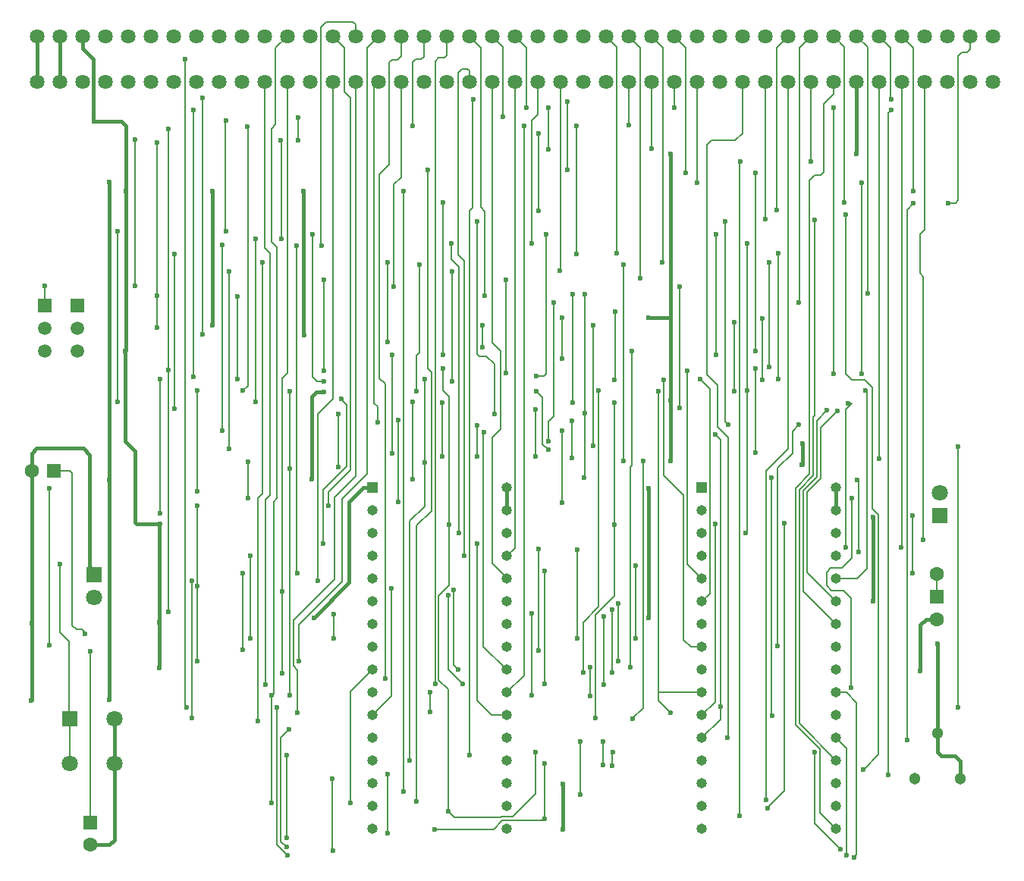
<source format=gbr>
%TF.GenerationSoftware,KiCad,Pcbnew,8.0.3*%
%TF.CreationDate,2024-10-04T21:58:16+02:00*%
%TF.ProjectId,ARIII_EPROM,41524949-495f-4455-9052-4f4d2e6b6963,rev?*%
%TF.SameCoordinates,Original*%
%TF.FileFunction,Copper,L2,Bot*%
%TF.FilePolarity,Positive*%
%FSLAX46Y46*%
G04 Gerber Fmt 4.6, Leading zero omitted, Abs format (unit mm)*
G04 Created by KiCad (PCBNEW 8.0.3) date 2024-10-04 21:58:16*
%MOMM*%
%LPD*%
G01*
G04 APERTURE LIST*
%TA.AperFunction,ComponentPad*%
%ADD10C,1.635000*%
%TD*%
%TA.AperFunction,ComponentPad*%
%ADD11C,1.303000*%
%TD*%
%TA.AperFunction,ComponentPad*%
%ADD12R,1.500000X1.500000*%
%TD*%
%TA.AperFunction,ComponentPad*%
%ADD13C,1.600000*%
%TD*%
%TA.AperFunction,ComponentPad*%
%ADD14C,1.500000*%
%TD*%
%TA.AperFunction,ComponentPad*%
%ADD15R,1.600000X1.600000*%
%TD*%
%TA.AperFunction,ComponentPad*%
%ADD16R,1.800000X1.800000*%
%TD*%
%TA.AperFunction,ComponentPad*%
%ADD17C,1.800000*%
%TD*%
%TA.AperFunction,ComponentPad*%
%ADD18R,1.160000X1.160000*%
%TD*%
%TA.AperFunction,ComponentPad*%
%ADD19O,1.160000X1.160000*%
%TD*%
%TA.AperFunction,ViaPad*%
%ADD20C,0.600000*%
%TD*%
%TA.AperFunction,Conductor*%
%ADD21C,0.200000*%
%TD*%
%TA.AperFunction,Conductor*%
%ADD22C,0.400000*%
%TD*%
G04 APERTURE END LIST*
D10*
%TO.P,CN1,1,1*%
%TO.N,GND*%
X88060000Y-44200000D03*
%TO.P,CN1,2,2*%
X88060000Y-39120000D03*
%TO.P,CN1,3,3*%
X90600000Y-44200000D03*
%TO.P,CN1,4,4*%
X90600000Y-39120000D03*
%TO.P,CN1,5,5*%
%TO.N,unconnected-(CN1-Pad5)*%
X93140000Y-44200000D03*
%TO.P,CN1,6,6*%
%TO.N,+5V*%
X93140000Y-39120000D03*
%TO.P,CN1,7,7*%
%TO.N,unconnected-(CN1-Pad7)*%
X95680000Y-44200000D03*
%TO.P,CN1,8,8*%
%TO.N,unconnected-(CN1-Pad8)*%
X95680000Y-39120000D03*
%TO.P,CN1,9,9*%
%TO.N,unconnected-(CN1-Pad9)*%
X98220000Y-44200000D03*
%TO.P,CN1,10,10*%
%TO.N,unconnected-(CN1-Pad10)*%
X98220000Y-39120000D03*
%TO.P,CN1,11,11*%
%TO.N,unconnected-(CN1-Pad11)*%
X100760000Y-44200000D03*
%TO.P,CN1,12,12*%
%TO.N,unconnected-(CN1-Pad12)*%
X100760000Y-39120000D03*
%TO.P,CN1,13,13*%
%TO.N,unconnected-(CN1-Pad13)*%
X103300000Y-44200000D03*
%TO.P,CN1,14,14*%
%TO.N,unconnected-(CN1-Pad14)*%
X103300000Y-39120000D03*
%TO.P,CN1,15,15*%
%TO.N,unconnected-(CN1-Pad15)*%
X105840000Y-44200000D03*
%TO.P,CN1,16,16*%
%TO.N,unconnected-(CN1-Pad16)*%
X105840000Y-39120000D03*
%TO.P,CN1,17,17*%
%TO.N,unconnected-(CN1-Pad17)*%
X108380000Y-44200000D03*
%TO.P,CN1,18,18*%
%TO.N,unconnected-(CN1-Pad18)*%
X108380000Y-39120000D03*
%TO.P,CN1,19,19*%
%TO.N,unconnected-(CN1-Pad19)*%
X110920000Y-44200000D03*
%TO.P,CN1,20,20*%
%TO.N,unconnected-(CN1-Pad20)*%
X110920000Y-39120000D03*
%TO.P,CN1,21,21*%
%TO.N,/A5*%
X113460000Y-44200000D03*
%TO.P,CN1,22,22*%
%TO.N,unconnected-(CN1-Pad22)*%
X113460000Y-39120000D03*
%TO.P,CN1,23,23*%
%TO.N,/A6*%
X116000000Y-44200000D03*
%TO.P,CN1,24,24*%
%TO.N,/A4*%
X116000000Y-39120000D03*
%TO.P,CN1,25,25*%
%TO.N,unconnected-(CN1-Pad25)*%
X118540000Y-44200000D03*
%TO.P,CN1,26,26*%
%TO.N,/A3*%
X118540000Y-39120000D03*
%TO.P,CN1,27,27*%
%TO.N,/A2*%
X121080000Y-44200000D03*
%TO.P,CN1,28,28*%
%TO.N,/A7*%
X121080000Y-39120000D03*
%TO.P,CN1,29,29*%
%TO.N,/A1*%
X123620000Y-44200000D03*
%TO.P,CN1,30,30*%
%TO.N,/A8*%
X123620000Y-39120000D03*
%TO.P,CN1,31,31*%
%TO.N,/~{FC0}*%
X126160000Y-44200000D03*
%TO.P,CN1,32,32*%
%TO.N,/A9*%
X126160000Y-39120000D03*
%TO.P,CN1,33,33*%
%TO.N,/~{FC1}*%
X128700000Y-44200000D03*
%TO.P,CN1,34,34*%
%TO.N,/A10*%
X128700000Y-39120000D03*
%TO.P,CN1,35,35*%
%TO.N,unconnected-(CN1-Pad35)*%
X131240000Y-44200000D03*
%TO.P,CN1,36,36*%
%TO.N,/A11*%
X131240000Y-39120000D03*
%TO.P,CN1,37,37*%
%TO.N,unconnected-(CN1-Pad37)*%
X133780000Y-44200000D03*
%TO.P,CN1,38,38*%
%TO.N,/A12*%
X133780000Y-39120000D03*
%TO.P,CN1,39,39*%
%TO.N,/A13*%
X136320000Y-44200000D03*
%TO.P,CN1,40,40*%
%TO.N,/~{IPL0}*%
X136320000Y-39120000D03*
%TO.P,CN1,41,41*%
%TO.N,/A14*%
X138860000Y-44200000D03*
%TO.P,CN1,42,42*%
%TO.N,/~{IPL1}*%
X138860000Y-39120000D03*
%TO.P,CN1,43,43*%
%TO.N,/A15*%
X141400000Y-44200000D03*
%TO.P,CN1,44,44*%
%TO.N,/~{IPL2}*%
X141400000Y-39120000D03*
%TO.P,CN1,45,45*%
%TO.N,/A16*%
X143940000Y-44200000D03*
%TO.P,CN1,46,46*%
%TO.N,unconnected-(CN1-Pad46)*%
X143940000Y-39120000D03*
%TO.P,CN1,47,47*%
%TO.N,/A17*%
X146480000Y-44200000D03*
%TO.P,CN1,48,48*%
%TO.N,unconnected-(CN1-Pad48)*%
X146480000Y-39120000D03*
%TO.P,CN1,49,49*%
%TO.N,unconnected-(CN1-Pad49)*%
X149020000Y-44200000D03*
%TO.P,CN1,50,50*%
%TO.N,unconnected-(CN1-Pad50)*%
X149020000Y-39120000D03*
%TO.P,CN1,51,51*%
%TO.N,unconnected-(CN1-Pad51)*%
X151560000Y-44200000D03*
%TO.P,CN1,52,52*%
%TO.N,/A18*%
X151560000Y-39120000D03*
%TO.P,CN1,53,53*%
%TO.N,/~{RST}*%
X154100000Y-44200000D03*
%TO.P,CN1,54,54*%
%TO.N,/A19*%
X154100000Y-39120000D03*
%TO.P,CN1,55,55*%
%TO.N,/~{HLT}*%
X156640000Y-44200000D03*
%TO.P,CN1,56,56*%
%TO.N,/A20*%
X156640000Y-39120000D03*
%TO.P,CN1,57,57*%
%TO.N,/A22*%
X159180000Y-44200000D03*
%TO.P,CN1,58,58*%
%TO.N,/A21*%
X159180000Y-39120000D03*
%TO.P,CN1,59,59*%
%TO.N,/A23*%
X161720000Y-44200000D03*
%TO.P,CN1,60,60*%
%TO.N,unconnected-(CN1-Pad60)*%
X161720000Y-39120000D03*
%TO.P,CN1,61,61*%
%TO.N,unconnected-(CN1-Pad61)*%
X164260000Y-44200000D03*
%TO.P,CN1,62,62*%
%TO.N,unconnected-(CN1-Pad62)*%
X164260000Y-39120000D03*
%TO.P,CN1,63,63*%
%TO.N,/D15*%
X166800000Y-44200000D03*
%TO.P,CN1,64,64*%
%TO.N,unconnected-(CN1-Pad64)*%
X166800000Y-39120000D03*
%TO.P,CN1,65,65*%
%TO.N,/D14*%
X169340000Y-44200000D03*
%TO.P,CN1,66,66*%
%TO.N,unconnected-(CN1-Pad66)*%
X169340000Y-39120000D03*
%TO.P,CN1,67,67*%
%TO.N,/D13*%
X171880000Y-44200000D03*
%TO.P,CN1,68,68*%
%TO.N,/R_W*%
X171880000Y-39120000D03*
%TO.P,CN1,69,69*%
%TO.N,/D12*%
X174420000Y-44200000D03*
%TO.P,CN1,70,70*%
%TO.N,/~{LDS}*%
X174420000Y-39120000D03*
%TO.P,CN1,71,71*%
%TO.N,/D11*%
X176960000Y-44200000D03*
%TO.P,CN1,72,72*%
%TO.N,/~{UDS}*%
X176960000Y-39120000D03*
%TO.P,CN1,73,73*%
%TO.N,GND*%
X179500000Y-44200000D03*
%TO.P,CN1,74,74*%
%TO.N,/~{AS}*%
X179500000Y-39120000D03*
%TO.P,CN1,75,75*%
%TO.N,/D0*%
X182040000Y-44200000D03*
%TO.P,CN1,76,76*%
%TO.N,/D10*%
X182040000Y-39120000D03*
%TO.P,CN1,77,77*%
%TO.N,/D1*%
X184580000Y-44200000D03*
%TO.P,CN1,78,78*%
%TO.N,/D9*%
X184580000Y-39120000D03*
%TO.P,CN1,79,79*%
%TO.N,/D2*%
X187120000Y-44200000D03*
%TO.P,CN1,80,80*%
%TO.N,/D8*%
X187120000Y-39120000D03*
%TO.P,CN1,81,81*%
%TO.N,/D3*%
X189660000Y-44200000D03*
%TO.P,CN1,82,82*%
%TO.N,/D7*%
X189660000Y-39120000D03*
%TO.P,CN1,83,83*%
%TO.N,/D4*%
X192200000Y-44200000D03*
%TO.P,CN1,84,84*%
%TO.N,/D6*%
X192200000Y-39120000D03*
%TO.P,CN1,85,85*%
%TO.N,unconnected-(CN1-Pad85)*%
X194740000Y-44200000D03*
%TO.P,CN1,86,86*%
%TO.N,/D5*%
X194740000Y-39120000D03*
%TD*%
D11*
%TO.P,VR1,1,CCW*%
%TO.N,+5V*%
X191090000Y-122080000D03*
%TO.P,VR1,2,WIPER*%
X188550000Y-117000000D03*
%TO.P,VR1,3,CW*%
%TO.N,Net-(U11-DIS)*%
X186010000Y-122080000D03*
%TD*%
D12*
%TO.P,SW2,1,B*%
%TO.N,Net-(D1-K)*%
X188500000Y-101690000D03*
D13*
%TO.P,SW2,2,C*%
%TO.N,GND*%
X188500000Y-104230000D03*
%TO.P,SW2,3,A*%
%TO.N,Net-(D1-K)*%
X188500000Y-99150000D03*
%TD*%
D12*
%TO.P,Q2,1,D*%
%TO.N,/A22*%
X88900000Y-69200000D03*
D14*
%TO.P,Q2,2,G*%
%TO.N,Net-(Q1-G)*%
X88900000Y-71740000D03*
%TO.P,Q2,3,S*%
%TO.N,+5V*%
X88900000Y-74280000D03*
%TD*%
D15*
%TO.P,C1,1*%
%TO.N,Net-(U11-DIS)*%
X94000000Y-126944888D03*
D13*
%TO.P,C1,2*%
%TO.N,GND*%
X94000000Y-129444888D03*
%TD*%
D16*
%TO.P,D2,1,K*%
%TO.N,GND*%
X94450000Y-99225000D03*
D17*
%TO.P,D2,2,A*%
%TO.N,Net-(D2-A)*%
X94450000Y-101765000D03*
%TD*%
D12*
%TO.P,Q1,1,D*%
%TO.N,/A22*%
X92600000Y-69200000D03*
D14*
%TO.P,Q1,2,G*%
%TO.N,Net-(Q1-G)*%
X92600000Y-71740000D03*
%TO.P,Q1,3,S*%
%TO.N,+5V*%
X92600000Y-74280000D03*
%TD*%
D16*
%TO.P,SW1,1,1*%
%TO.N,Net-(U3-I6)*%
X91677500Y-115377500D03*
D17*
%TO.P,SW1,2,2*%
%TO.N,GND*%
X96677500Y-115377500D03*
%TO.P,SW1,3,3*%
%TO.N,Net-(U3-I6)*%
X91677500Y-120377500D03*
%TO.P,SW1,4,4*%
%TO.N,GND*%
X96677500Y-120377500D03*
%TD*%
D15*
%TO.P,C6,1*%
%TO.N,Net-(D3-K)*%
X89950000Y-87650000D03*
D13*
%TO.P,C6,2*%
%TO.N,GND*%
X87450000Y-87650000D03*
%TD*%
D16*
%TO.P,D1,1,K*%
%TO.N,Net-(D1-K)*%
X188850000Y-92700000D03*
D17*
%TO.P,D1,2,A*%
%TO.N,Net-(D1-A)*%
X188850000Y-90160000D03*
%TD*%
D18*
%TO.P,U7,1,VPP*%
%TO.N,+5V*%
X125505000Y-89550000D03*
D19*
%TO.P,U7,2,A16*%
%TO.N,/A17*%
X125505000Y-92090000D03*
%TO.P,U7,3,A15*%
%TO.N,/A16*%
X125505000Y-94630000D03*
%TO.P,U7,4,A12*%
%TO.N,/A13*%
X125505000Y-97170000D03*
%TO.P,U7,5,A7*%
%TO.N,/A8*%
X125505000Y-99710000D03*
%TO.P,U7,6,A6*%
%TO.N,/A7*%
X125505000Y-102250000D03*
%TO.P,U7,7,A5*%
%TO.N,/A6*%
X125505000Y-104790000D03*
%TO.P,U7,8,A4*%
%TO.N,/A5*%
X125505000Y-107330000D03*
%TO.P,U7,9,A3*%
%TO.N,/A4*%
X125505000Y-109870000D03*
%TO.P,U7,10,A2*%
%TO.N,/A3*%
X125505000Y-112410000D03*
%TO.P,U7,11,A1*%
%TO.N,/A2*%
X125505000Y-114950000D03*
%TO.P,U7,12,A0*%
%TO.N,/A1*%
X125505000Y-117490000D03*
%TO.P,U7,13,Q0*%
%TO.N,/D0*%
X125505000Y-120030000D03*
%TO.P,U7,14,Q1*%
%TO.N,/D1*%
X125505000Y-122570000D03*
%TO.P,U7,15,Q2*%
%TO.N,/D2*%
X125505000Y-125110000D03*
%TO.P,U7,16,VSS*%
%TO.N,GND*%
X125505000Y-127650000D03*
%TO.P,U7,17,Q3*%
%TO.N,/D3*%
X140505000Y-127650000D03*
%TO.P,U7,18,Q4*%
%TO.N,/D4*%
X140505000Y-125110000D03*
%TO.P,U7,19,Q5*%
%TO.N,/D5*%
X140505000Y-122570000D03*
%TO.P,U7,20,Q6*%
%TO.N,/D6*%
X140505000Y-120030000D03*
%TO.P,U7,21,Q7*%
%TO.N,/D7*%
X140505000Y-117490000D03*
%TO.P,U7,22,~{E}*%
%TO.N,Net-(U4-IO8)*%
X140505000Y-114950000D03*
%TO.P,U7,23,A10*%
%TO.N,/A11*%
X140505000Y-112410000D03*
%TO.P,U7,24,~{G}*%
%TO.N,/~{OE}*%
X140505000Y-109870000D03*
%TO.P,U7,25,A11*%
%TO.N,/A12*%
X140505000Y-107330000D03*
%TO.P,U7,26,A9*%
%TO.N,/A10*%
X140505000Y-104790000D03*
%TO.P,U7,27,A8*%
%TO.N,/A9*%
X140505000Y-102250000D03*
%TO.P,U7,28,A13*%
%TO.N,/A14*%
X140505000Y-99710000D03*
%TO.P,U7,29,A14*%
%TO.N,/A15*%
X140505000Y-97170000D03*
%TO.P,U7,30,NC*%
%TO.N,unconnected-(U7-NC-Pad30)*%
X140505000Y-94630000D03*
%TO.P,U7,31,~{P}*%
%TO.N,+5V*%
X140505000Y-92090000D03*
%TO.P,U7,32,VCC*%
X140505000Y-89550000D03*
%TD*%
D18*
%TO.P,U9,1,VPP*%
%TO.N,+5V*%
X162255000Y-89550000D03*
D19*
%TO.P,U9,2,A16*%
%TO.N,/A17*%
X162255000Y-92090000D03*
%TO.P,U9,3,A15*%
%TO.N,/A16*%
X162255000Y-94630000D03*
%TO.P,U9,4,A12*%
%TO.N,/A13*%
X162255000Y-97170000D03*
%TO.P,U9,5,A7*%
%TO.N,/A8*%
X162255000Y-99710000D03*
%TO.P,U9,6,A6*%
%TO.N,/A7*%
X162255000Y-102250000D03*
%TO.P,U9,7,A5*%
%TO.N,/A6*%
X162255000Y-104790000D03*
%TO.P,U9,8,A4*%
%TO.N,/A5*%
X162255000Y-107330000D03*
%TO.P,U9,9,A3*%
%TO.N,/A4*%
X162255000Y-109870000D03*
%TO.P,U9,10,A2*%
%TO.N,/A3*%
X162255000Y-112410000D03*
%TO.P,U9,11,A1*%
%TO.N,/A2*%
X162255000Y-114950000D03*
%TO.P,U9,12,A0*%
%TO.N,/A1*%
X162255000Y-117490000D03*
%TO.P,U9,13,Q0*%
%TO.N,/D8*%
X162255000Y-120030000D03*
%TO.P,U9,14,Q1*%
%TO.N,/D9*%
X162255000Y-122570000D03*
%TO.P,U9,15,Q2*%
%TO.N,/D10*%
X162255000Y-125110000D03*
%TO.P,U9,16,VSS*%
%TO.N,GND*%
X162255000Y-127650000D03*
%TO.P,U9,17,Q3*%
%TO.N,/D11*%
X177255000Y-127650000D03*
%TO.P,U9,18,Q4*%
%TO.N,/D12*%
X177255000Y-125110000D03*
%TO.P,U9,19,Q5*%
%TO.N,/D13*%
X177255000Y-122570000D03*
%TO.P,U9,20,Q6*%
%TO.N,/D14*%
X177255000Y-120030000D03*
%TO.P,U9,21,Q7*%
%TO.N,/D15*%
X177255000Y-117490000D03*
%TO.P,U9,22,~{E}*%
%TO.N,Net-(U4-IO5)*%
X177255000Y-114950000D03*
%TO.P,U9,23,A10*%
%TO.N,/A11*%
X177255000Y-112410000D03*
%TO.P,U9,24,~{G}*%
%TO.N,/~{OE}*%
X177255000Y-109870000D03*
%TO.P,U9,25,A11*%
%TO.N,/A12*%
X177255000Y-107330000D03*
%TO.P,U9,26,A9*%
%TO.N,/A10*%
X177255000Y-104790000D03*
%TO.P,U9,27,A8*%
%TO.N,/A9*%
X177255000Y-102250000D03*
%TO.P,U9,28,A13*%
%TO.N,/A14*%
X177255000Y-99710000D03*
%TO.P,U9,29,A14*%
%TO.N,/A15*%
X177255000Y-97170000D03*
%TO.P,U9,30,NC*%
%TO.N,unconnected-(U9-NC-Pad30)*%
X177255000Y-94630000D03*
%TO.P,U9,31,~{P}*%
%TO.N,+5V*%
X177255000Y-92090000D03*
%TO.P,U9,32,VCC*%
X177255000Y-89550000D03*
%TD*%
D20*
%TO.N,Net-(U3-I6)*%
X133300000Y-80050000D03*
X133300000Y-86075000D03*
X90600000Y-98100000D03*
%TO.N,Net-(U10-~{CE})*%
X127200000Y-73300000D03*
X113250000Y-64400000D03*
X127150000Y-64400000D03*
X112700000Y-115600000D03*
%TO.N,Net-(U2-IO1)*%
X118850000Y-61250000D03*
X163850000Y-61250000D03*
X163850000Y-74700000D03*
X143800000Y-77100000D03*
X120100000Y-77650000D03*
X144900000Y-61250000D03*
%TO.N,/A5*%
X144679200Y-98825000D03*
X113600000Y-111500000D03*
X144729200Y-111475000D03*
X158025000Y-77525000D03*
%TO.N,/A8*%
X144018000Y-107696000D03*
X117050000Y-62500000D03*
X160650000Y-76500000D03*
X117075000Y-99075000D03*
X144043400Y-96372200D03*
X119850000Y-62500000D03*
X111050000Y-99075000D03*
X111050000Y-107685000D03*
%TO.N,/~{IPL2}*%
X106550000Y-46050000D03*
X106550000Y-72450000D03*
X142700000Y-47150000D03*
%TO.N,GND*%
X158750000Y-86550000D03*
X158750000Y-79800000D03*
X179500000Y-52250000D03*
X186650000Y-110000000D03*
X96113600Y-55422800D03*
X120100000Y-78850000D03*
X96100000Y-113200000D03*
X87450000Y-104650000D03*
X146750000Y-122600000D03*
X173450000Y-87000000D03*
X87400000Y-113300000D03*
X156300000Y-70600000D03*
X96100000Y-88700000D03*
X158750000Y-52250000D03*
X173500000Y-84650000D03*
X146750000Y-127675000D03*
X118700000Y-88600000D03*
%TO.N,+5V*%
X188550000Y-106950000D03*
X107650000Y-71450000D03*
X156350000Y-89600000D03*
X181400000Y-92850000D03*
X97950000Y-56400000D03*
X94400000Y-48650000D03*
X181400000Y-102200000D03*
X101700000Y-104600000D03*
X117850000Y-72500000D03*
X101750000Y-93550000D03*
X117800000Y-56400000D03*
X118950000Y-104050000D03*
X156350000Y-104125000D03*
X97880000Y-74280000D03*
X107650000Y-56400000D03*
X101700000Y-109700000D03*
%TO.N,/~{OE}*%
X116250000Y-87375000D03*
X149800000Y-112850000D03*
X149800000Y-109575000D03*
X116300000Y-112765000D03*
X116300000Y-78750000D03*
X137950000Y-83375000D03*
%TO.N,Net-(U4-IO4)*%
X153500000Y-64600000D03*
X154575000Y-115325000D03*
X130750000Y-64600000D03*
X130400000Y-78750000D03*
X155700000Y-86600000D03*
X153500000Y-86600000D03*
%TO.N,Net-(U4-IO5)*%
X130000000Y-80000000D03*
X170050000Y-88425000D03*
X130025000Y-88575000D03*
X170100000Y-115000000D03*
%TO.N,/A1*%
X117100000Y-114635000D03*
X164350000Y-114000000D03*
X163750000Y-83600000D03*
%TO.N,Net-(U4-IO8)*%
X120025000Y-95750000D03*
X137150000Y-95800000D03*
X122050000Y-79650000D03*
%TO.N,/A16*%
X167350000Y-78650000D03*
X167350000Y-62300000D03*
X143250000Y-62300000D03*
X167175000Y-94575000D03*
X134300000Y-62300000D03*
X135150000Y-94625000D03*
%TO.N,Net-(U2-I8)*%
X137175000Y-86025000D03*
X137175000Y-82600000D03*
X147800000Y-82050000D03*
X147725000Y-86250000D03*
%TO.N,Net-(U2-I9)*%
X146625000Y-91200000D03*
X146650000Y-83150000D03*
X128350000Y-91175000D03*
X128350000Y-81950000D03*
%TO.N,Net-(U3-IO4)*%
X145125000Y-85325000D03*
X121725735Y-87200735D03*
X121700000Y-81300000D03*
X143750000Y-78750000D03*
%TO.N,/A9*%
X152900000Y-102450000D03*
X117275000Y-108950000D03*
X177400000Y-80950000D03*
X152900000Y-108950000D03*
%TO.N,Net-(U2-IO7)*%
X120100000Y-76450000D03*
X140400000Y-66350000D03*
X143675000Y-86025000D03*
X140400000Y-76750000D03*
X143700000Y-80800000D03*
X120100000Y-66350000D03*
%TO.N,Net-(U2-IO8)*%
X150100000Y-71450000D03*
X137800000Y-73900000D03*
X150100000Y-84900000D03*
X137800000Y-71450000D03*
%TO.N,Net-(U3-IO2)*%
X146700000Y-70600000D03*
X146700000Y-75100000D03*
%TO.N,Net-(U3-I03)*%
X152500000Y-77500000D03*
X152550000Y-69850000D03*
%TO.N,Net-(U3-I5)*%
X134350000Y-77700000D03*
X109500000Y-85200000D03*
X134350000Y-65400000D03*
X109500000Y-65400000D03*
%TO.N,Net-(U2-IO6)*%
X137200000Y-59850000D03*
X139100000Y-81275000D03*
X164850000Y-59850000D03*
X165175000Y-82525000D03*
%TO.N,Net-(U3-IO5)*%
X147850000Y-80020000D03*
X147850000Y-67950000D03*
%TO.N,/~{FC0}*%
X126050000Y-82275000D03*
%TO.N,/A17*%
X178950000Y-111850000D03*
X146450000Y-65300000D03*
X179025000Y-90675000D03*
%TO.N,Net-(U1-IO8)*%
X168250000Y-76200000D03*
X168250000Y-85600000D03*
%TO.N,Net-(U1-IO2)*%
X169000000Y-77500000D03*
X169000000Y-70650000D03*
%TO.N,/A18*%
X170800000Y-77400000D03*
X170800000Y-63400000D03*
X152800000Y-63350000D03*
%TO.N,Net-(U1-IO1)*%
X165850000Y-71050000D03*
X165850000Y-78750000D03*
%TO.N,Net-(Q1-G)*%
X101450000Y-51003200D03*
X101450000Y-71700000D03*
X101450000Y-68100000D03*
%TO.N,Net-(D1-K)*%
X185750000Y-99100000D03*
X179625000Y-88650000D03*
X179775000Y-96700000D03*
X185750000Y-92700000D03*
X105900000Y-78700000D03*
X105900000Y-89950000D03*
%TO.N,/A19*%
X155400000Y-66200000D03*
%TO.N,/A10*%
X152275000Y-103150000D03*
X126900000Y-110825000D03*
X176225000Y-80925000D03*
X152275000Y-110225000D03*
%TO.N,/~{FC1}*%
X159750000Y-67050000D03*
X127900000Y-67050000D03*
X159750000Y-80650000D03*
%TO.N,Net-(U5-I7)*%
X97050000Y-60909200D03*
X117200000Y-50749200D03*
X117170200Y-48183800D03*
X109143800Y-60909200D03*
X109169200Y-48564800D03*
X97050000Y-80000000D03*
%TO.N,Net-(U5-IO5)*%
X112500000Y-79950000D03*
X112500000Y-61722000D03*
X115300000Y-61738000D03*
X115290600Y-50714200D03*
%TO.N,Net-(U5-IO6)*%
X108700000Y-62458600D03*
X108700000Y-83150000D03*
%TO.N,/A11*%
X116000735Y-130599265D03*
X114826098Y-114041422D03*
X179250000Y-130825000D03*
X130000000Y-49100000D03*
X142400000Y-49100000D03*
X190850000Y-114100000D03*
X190850000Y-84950000D03*
%TO.N,/A12*%
X151325000Y-111500000D03*
X151350000Y-103900000D03*
X173100000Y-82500000D03*
X170725000Y-107250000D03*
X132500000Y-111475000D03*
%TO.N,/~{IPL0}*%
X138050000Y-68100000D03*
X110450000Y-77450000D03*
X110450000Y-68150000D03*
%TO.N,/~{RST}*%
X103400000Y-63450000D03*
X148250000Y-63450000D03*
X148250000Y-49100000D03*
X103400000Y-80700000D03*
X154150000Y-49050000D03*
%TO.N,/A13*%
X178600000Y-80100000D03*
X111900000Y-106400000D03*
X178350000Y-96200000D03*
X148400000Y-96450000D03*
X148400000Y-106400000D03*
X111900000Y-97150000D03*
X135750000Y-97175000D03*
%TO.N,/A20*%
X169750000Y-64400000D03*
X169750000Y-76100000D03*
X157850000Y-64400000D03*
%TO.N,/~{IPL1}*%
X105550000Y-77200000D03*
X105550000Y-47400000D03*
X140100000Y-48100000D03*
%TO.N,/A14*%
X180500000Y-78700000D03*
%TO.N,/~{HLT}*%
X156650000Y-51700000D03*
X111050000Y-78700000D03*
X111506000Y-49225200D03*
%TO.N,/A21*%
X160500000Y-54400000D03*
X168250000Y-74300000D03*
X168250000Y-54400000D03*
%TO.N,/A22*%
X159200000Y-47100000D03*
X99000000Y-50700000D03*
X176950000Y-76800000D03*
X145150000Y-47100000D03*
X88900000Y-67000000D03*
X145150000Y-51750000D03*
X99000000Y-67000000D03*
X177000000Y-47150000D03*
%TO.N,Net-(U11-DIS)*%
X94000000Y-107800000D03*
%TO.N,Net-(D3-A)*%
X89450000Y-107150000D03*
X101750000Y-77450000D03*
X89400000Y-89600000D03*
X101750000Y-92400000D03*
%TO.N,Net-(D3-K)*%
X93400000Y-105900000D03*
%TO.N,/A23*%
X161700000Y-55450000D03*
X180100000Y-76850000D03*
X180100000Y-55450000D03*
%TO.N,/D15*%
X178450000Y-130600000D03*
X165150000Y-117490000D03*
X116150000Y-116550000D03*
X115900000Y-129650000D03*
%TO.N,/A3*%
X131925000Y-114600000D03*
X157400000Y-78775000D03*
X104550000Y-41700000D03*
X131925000Y-112425000D03*
X104750000Y-114050000D03*
X158750000Y-114675000D03*
%TO.N,/A4*%
X154450000Y-74300000D03*
X154250000Y-109600000D03*
X143256000Y-103600000D03*
X123050000Y-124725000D03*
X143256000Y-112750600D03*
X114225000Y-124750000D03*
X114225000Y-112765000D03*
%TO.N,/A6*%
X115400000Y-110250000D03*
X133925000Y-101550000D03*
X135550000Y-111475000D03*
X115400000Y-101125000D03*
X150750000Y-78650000D03*
X149000000Y-110220000D03*
%TO.N,/A7*%
X105950000Y-91550000D03*
X105950000Y-100525000D03*
X105950000Y-108950000D03*
X120600000Y-91525000D03*
X134525000Y-100925000D03*
X135050000Y-109825000D03*
X162050000Y-77400000D03*
%TO.N,/A2*%
X105350000Y-99900000D03*
X127625000Y-100800000D03*
X150425000Y-115250000D03*
X105350000Y-115225000D03*
X119425000Y-99925000D03*
X163750000Y-93625000D03*
X152500000Y-93675000D03*
X152500000Y-80050000D03*
%TO.N,/D14*%
X174900000Y-59600000D03*
X169340000Y-59560000D03*
%TO.N,/R_W*%
X102700000Y-103400000D03*
X121158000Y-103650000D03*
X102700000Y-49450000D03*
X102700000Y-76400000D03*
X144000000Y-58650000D03*
X144000000Y-49950000D03*
X154900000Y-98225000D03*
X170600000Y-58550000D03*
X121158000Y-106415000D03*
X154875000Y-106400000D03*
%TO.N,/D13*%
X115900000Y-119450000D03*
X169450000Y-124375000D03*
X115910000Y-128660000D03*
%TO.N,/~{LDS}*%
X145150000Y-84400000D03*
X145750000Y-68900000D03*
X173050000Y-68900000D03*
%TO.N,/D12*%
X127175000Y-128175000D03*
X166450000Y-126150000D03*
X166550000Y-53100000D03*
X174450000Y-53100000D03*
X127200000Y-121550000D03*
%TO.N,/~{UDS}*%
X178200000Y-57650000D03*
X133400000Y-74700000D03*
X133400000Y-57650000D03*
X127675000Y-74725000D03*
X127675000Y-85675000D03*
%TO.N,/D11*%
X121075000Y-130075000D03*
X121050000Y-122075000D03*
%TO.N,/~{AS}*%
X111575000Y-90700000D03*
X180750000Y-67850000D03*
X111600000Y-86625000D03*
X149200000Y-81250000D03*
X149150000Y-88425000D03*
X149200000Y-67950000D03*
%TO.N,/D3*%
X183400000Y-47400000D03*
X183100000Y-121650000D03*
%TO.N,/D10*%
X131700000Y-54050000D03*
X147250000Y-54050000D03*
X147250000Y-46400000D03*
X130450000Y-124600000D03*
X183400000Y-46200000D03*
%TO.N,/D8*%
X136375000Y-119375000D03*
X136750000Y-46200000D03*
%TO.N,/D0*%
X131300000Y-77450000D03*
X129675000Y-120025000D03*
X131300000Y-86725000D03*
X182050000Y-86350000D03*
X148700000Y-123825000D03*
X148675000Y-117850000D03*
%TO.N,/D4*%
X178300000Y-59050000D03*
X180275000Y-121000000D03*
%TO.N,/D9*%
X128950000Y-123475000D03*
X128950000Y-56450000D03*
X185850000Y-56450000D03*
%TO.N,/D2*%
X169600000Y-125300000D03*
X187000000Y-95375000D03*
X144700000Y-126500000D03*
X144750000Y-120350000D03*
X132475000Y-127675000D03*
X171450000Y-93475000D03*
%TO.N,/D6*%
X151225000Y-117875000D03*
X151225000Y-120500000D03*
X189800000Y-57750000D03*
X185900000Y-57800000D03*
X185150000Y-117750000D03*
%TO.N,/D1*%
X133400000Y-76200000D03*
X143725000Y-119100000D03*
X133962500Y-125675000D03*
X184550000Y-96250000D03*
X134050000Y-93700000D03*
%TO.N,/D5*%
X174850000Y-119100000D03*
X152350000Y-119075000D03*
X152275000Y-120575000D03*
X177775000Y-129925000D03*
%TD*%
D21*
%TO.N,Net-(U3-I6)*%
X133300000Y-86075000D02*
X133300000Y-80050000D01*
X91677500Y-120377500D02*
X91677500Y-115377500D01*
X90600000Y-98100000D02*
X90600000Y-105700000D01*
X90600000Y-105700000D02*
X91650000Y-106750000D01*
X91650000Y-106750000D02*
X91650000Y-115350000D01*
%TO.N,Net-(U10-~{CE})*%
X113250000Y-64400000D02*
X113250000Y-90175000D01*
X113250000Y-90175000D02*
X112700000Y-90725000D01*
X112700000Y-90725000D02*
X112700000Y-115600000D01*
X127150000Y-64400000D02*
X127200000Y-64450000D01*
X127200000Y-64450000D02*
X127200000Y-73300000D01*
%TO.N,Net-(U2-IO1)*%
X118850000Y-77200000D02*
X118850000Y-61250000D01*
X144900000Y-76800000D02*
X144600000Y-77100000D01*
X144600000Y-77100000D02*
X143800000Y-77100000D01*
X163850000Y-61250000D02*
X163850000Y-74700000D01*
X144900000Y-61250000D02*
X144900000Y-76800000D01*
X119300000Y-77650000D02*
X118850000Y-77200000D01*
X120100000Y-77650000D02*
X119300000Y-77650000D01*
%TO.N,/A5*%
X161055000Y-107330000D02*
X162260000Y-107330000D01*
X158025000Y-88175000D02*
X160250000Y-90400000D01*
X113460000Y-62760000D02*
X113460000Y-44200000D01*
X158025000Y-77525000D02*
X158025000Y-88175000D01*
X114100000Y-63400000D02*
X113460000Y-62760000D01*
X113600000Y-111500000D02*
X113600000Y-90850000D01*
X113600000Y-90850000D02*
X114100000Y-90350000D01*
X160250000Y-90400000D02*
X160250000Y-106525000D01*
X144729200Y-98875000D02*
X144729200Y-111475000D01*
X114100000Y-90350000D02*
X114100000Y-63400000D01*
X160250000Y-106525000D02*
X161055000Y-107330000D01*
%TO.N,/A8*%
X117050000Y-99050000D02*
X117050000Y-62500000D01*
X119850000Y-62500000D02*
X119750000Y-62400000D01*
X117075000Y-99075000D02*
X117050000Y-99050000D01*
X144043400Y-107670600D02*
X144018000Y-107696000D01*
X123620000Y-37820000D02*
X123620000Y-39120000D01*
X160650000Y-98100000D02*
X162260000Y-99710000D01*
X144043400Y-96372200D02*
X144043400Y-107670600D01*
X120350000Y-37500000D02*
X123300000Y-37500000D01*
X123300000Y-37500000D02*
X123620000Y-37820000D01*
X119750000Y-38100000D02*
X120350000Y-37500000D01*
X160650000Y-76500000D02*
X160650000Y-98100000D01*
X119750000Y-62400000D02*
X119750000Y-38100000D01*
X111050000Y-107685000D02*
X111050000Y-99075000D01*
%TO.N,/~{IPL2}*%
X142700000Y-47150000D02*
X142700000Y-40420000D01*
X142700000Y-40420000D02*
X141400000Y-39120000D01*
X106550000Y-72450000D02*
X106550000Y-46050000D01*
%TO.N,/A15*%
X141400000Y-44200000D02*
X141400000Y-96275000D01*
X141400000Y-96275000D02*
X140505000Y-97170000D01*
D22*
%TO.N,GND*%
X93200000Y-85150000D02*
X93900000Y-85850000D01*
X173500000Y-86950000D02*
X173500000Y-84650000D01*
X93900000Y-98350000D02*
X94450000Y-98900000D01*
X90600000Y-39120000D02*
X90600000Y-44200000D01*
X187270000Y-104230000D02*
X186650000Y-104850000D01*
X158750000Y-70600000D02*
X158750000Y-79800000D01*
X88000000Y-85150000D02*
X93200000Y-85150000D01*
X173450000Y-87000000D02*
X173500000Y-86950000D01*
X158750000Y-70600000D02*
X156300000Y-70600000D01*
X93900000Y-85850000D02*
X93900000Y-98350000D01*
X87450000Y-87650000D02*
X87450000Y-113250000D01*
X96677500Y-120377500D02*
X96677500Y-128872500D01*
X87450000Y-85700000D02*
X88000000Y-85150000D01*
X179500000Y-44200000D02*
X179500000Y-52250000D01*
X158750000Y-52250000D02*
X158750000Y-70600000D01*
X96101600Y-55434800D02*
X96101600Y-88698400D01*
X96100000Y-88700000D02*
X96100000Y-113200000D01*
X96105112Y-129444888D02*
X94000000Y-129444888D01*
X188500000Y-104230000D02*
X187270000Y-104230000D01*
X96113600Y-55422800D02*
X96101600Y-55434800D01*
X96101600Y-88698400D02*
X96100000Y-88700000D01*
X146750000Y-127675000D02*
X146750000Y-122600000D01*
X118700000Y-79400000D02*
X119250000Y-78850000D01*
X96677500Y-128872500D02*
X96105112Y-129444888D01*
X87450000Y-113250000D02*
X87450000Y-104650000D01*
X88060000Y-44200000D02*
X88060000Y-39120000D01*
X96677500Y-115377500D02*
X96677500Y-120377500D01*
X119250000Y-78850000D02*
X120100000Y-78850000D01*
X186650000Y-104850000D02*
X186650000Y-110000000D01*
X87450000Y-87650000D02*
X87450000Y-85700000D01*
X87450000Y-113250000D02*
X87400000Y-113300000D01*
X158750000Y-79800000D02*
X158750000Y-86550000D01*
X118700000Y-88600000D02*
X118700000Y-79400000D01*
%TO.N,+5V*%
X189000000Y-119500000D02*
X190500000Y-119500000D01*
X188550000Y-119050000D02*
X189000000Y-119500000D01*
X99150000Y-93550000D02*
X99000000Y-93400000D01*
X190500000Y-119500000D02*
X191090000Y-120090000D01*
X122850000Y-91150000D02*
X124450000Y-89550000D01*
X94357500Y-48607500D02*
X94357500Y-41707500D01*
X191090000Y-120090000D02*
X191090000Y-122080000D01*
X97950000Y-49100000D02*
X97500000Y-48650000D01*
X101750000Y-93550000D02*
X99150000Y-93550000D01*
X99000000Y-93400000D02*
X99000000Y-85500000D01*
X140500000Y-89550000D02*
X140500000Y-92090000D01*
X177250000Y-89550000D02*
X177250000Y-92090000D01*
X118950000Y-104050000D02*
X122850000Y-100150000D01*
X124450000Y-89550000D02*
X125510000Y-89550000D01*
X93140000Y-40490000D02*
X93140000Y-39120000D01*
X181400000Y-102200000D02*
X181400000Y-92850000D01*
X97950000Y-56400000D02*
X97950000Y-49100000D01*
X101700000Y-104600000D02*
X101700000Y-109700000D01*
X97950000Y-74210000D02*
X97880000Y-74280000D01*
X94400000Y-48650000D02*
X94357500Y-48607500D01*
X117800000Y-72450000D02*
X117800000Y-56400000D01*
X97950000Y-56400000D02*
X97950000Y-74210000D01*
X122850000Y-100150000D02*
X122850000Y-91150000D01*
X107650000Y-71450000D02*
X107650000Y-56400000D01*
X97500000Y-48650000D02*
X94400000Y-48650000D01*
X101750000Y-93550000D02*
X101700000Y-93600000D01*
X188550000Y-106950000D02*
X188550000Y-119050000D01*
X156350000Y-89600000D02*
X156350000Y-104125000D01*
X101700000Y-93600000D02*
X101700000Y-104600000D01*
X117850000Y-72500000D02*
X117800000Y-72450000D01*
X97880000Y-84380000D02*
X97880000Y-74280000D01*
X94357500Y-41707500D02*
X93140000Y-40490000D01*
X99000000Y-85500000D02*
X97880000Y-84380000D01*
D21*
%TO.N,/~{OE}*%
X116250000Y-112715000D02*
X116300000Y-112765000D01*
X137900000Y-83425000D02*
X137900000Y-107270000D01*
X116250000Y-87375000D02*
X116250000Y-112715000D01*
X137950000Y-83375000D02*
X137900000Y-83425000D01*
X149800000Y-112850000D02*
X149800000Y-109575000D01*
X116250000Y-87375000D02*
X116250000Y-78800000D01*
X116250000Y-78800000D02*
X116300000Y-78750000D01*
X137900000Y-107270000D02*
X140500000Y-109870000D01*
%TO.N,Net-(U4-IO4)*%
X130400000Y-78750000D02*
X130400000Y-74800000D01*
X155700000Y-114125000D02*
X154575000Y-115250000D01*
X130400000Y-74800000D02*
X130750000Y-74450000D01*
X153500000Y-64600000D02*
X153500000Y-86600000D01*
X155700000Y-86600000D02*
X155700000Y-114125000D01*
X154575000Y-115250000D02*
X154575000Y-115325000D01*
X130750000Y-74450000D02*
X130750000Y-64600000D01*
%TO.N,Net-(U4-IO5)*%
X130000000Y-80000000D02*
X130000000Y-88550000D01*
X170100000Y-115000000D02*
X170050000Y-114950000D01*
X130000000Y-88550000D02*
X130025000Y-88575000D01*
X170050000Y-114950000D02*
X170050000Y-88425000D01*
%TO.N,/A1*%
X123620000Y-88280000D02*
X123620000Y-44200000D01*
X121250000Y-99750000D02*
X121250000Y-90650000D01*
X116675000Y-104325000D02*
X121250000Y-99750000D01*
X116675000Y-109450000D02*
X116675000Y-104325000D01*
X164350000Y-114000000D02*
X164350000Y-115400000D01*
X164350000Y-115400000D02*
X162260000Y-117490000D01*
X164350000Y-114000000D02*
X164350000Y-84200000D01*
X117125000Y-109900000D02*
X116675000Y-109450000D01*
X117100000Y-114635000D02*
X117125000Y-114610000D01*
X121250000Y-90650000D02*
X123620000Y-88280000D01*
X117125000Y-114610000D02*
X117125000Y-109900000D01*
X164350000Y-84200000D02*
X163750000Y-83600000D01*
%TO.N,Net-(U4-IO8)*%
X122650000Y-80300000D02*
X122050000Y-79700000D01*
X120000000Y-89775000D02*
X122650000Y-87125000D01*
X122650000Y-87125000D02*
X122650000Y-80300000D01*
X122050000Y-79700000D02*
X122050000Y-79650000D01*
X138812500Y-114950000D02*
X140500000Y-114950000D01*
X120000000Y-95725000D02*
X120000000Y-89775000D01*
X120025000Y-95750000D02*
X120000000Y-95725000D01*
X137150000Y-113287500D02*
X138812500Y-114950000D01*
X137150000Y-95800000D02*
X137150000Y-113287500D01*
%TO.N,/A16*%
X167175000Y-94575000D02*
X167350000Y-94400000D01*
X135150000Y-64850000D02*
X135150000Y-94625000D01*
X167350000Y-94400000D02*
X167350000Y-78650000D01*
X143250000Y-62300000D02*
X143250000Y-48550000D01*
X143250000Y-48550000D02*
X143950000Y-47850000D01*
X135150000Y-64850000D02*
X134300000Y-64000000D01*
X143940000Y-47840000D02*
X143940000Y-44200000D01*
X143950000Y-47850000D02*
X143940000Y-47840000D01*
X167350000Y-78650000D02*
X167350000Y-62300000D01*
X134300000Y-64000000D02*
X134300000Y-62300000D01*
%TO.N,Net-(U2-I8)*%
X147725000Y-82025000D02*
X147725000Y-86250000D01*
X137175000Y-82600000D02*
X137175000Y-86025000D01*
%TO.N,Net-(U2-I9)*%
X146625000Y-83175000D02*
X146650000Y-83150000D01*
X146625000Y-91200000D02*
X146625000Y-83175000D01*
X128350000Y-81950000D02*
X128350000Y-91175000D01*
%TO.N,Net-(U3-IO4)*%
X121725000Y-87200000D02*
X121725000Y-81325000D01*
X144475000Y-84675000D02*
X144475000Y-79475000D01*
X144475000Y-79475000D02*
X143750000Y-78750000D01*
X121725735Y-87200735D02*
X121725000Y-87200000D01*
X121725000Y-81325000D02*
X121700000Y-81300000D01*
X145125000Y-85325000D02*
X144475000Y-84675000D01*
%TO.N,/A9*%
X126160000Y-39120000D02*
X124900000Y-40380000D01*
X175500000Y-82850000D02*
X175500000Y-88522058D01*
X177400000Y-80950000D02*
X175500000Y-82850000D01*
X174025000Y-99025000D02*
X177250000Y-102250000D01*
X122100000Y-100051471D02*
X117275000Y-104876471D01*
X175500000Y-88522058D02*
X174025000Y-89997058D01*
X124900000Y-88000000D02*
X122100000Y-90800000D01*
X152900000Y-102450000D02*
X152900000Y-108950000D01*
X124900000Y-40380000D02*
X124900000Y-88000000D01*
X174025000Y-89997058D02*
X174025000Y-99025000D01*
X122100000Y-90800000D02*
X122100000Y-100051471D01*
X117275000Y-104876471D02*
X117275000Y-108950000D01*
%TO.N,Net-(U2-IO7)*%
X143675000Y-80825000D02*
X143700000Y-80800000D01*
X120100000Y-76450000D02*
X120100000Y-66350000D01*
X143675000Y-86025000D02*
X143675000Y-80825000D01*
X140400000Y-66350000D02*
X140400000Y-76750000D01*
%TO.N,Net-(U2-IO8)*%
X137800000Y-71450000D02*
X137800000Y-73900000D01*
X150100000Y-71450000D02*
X150100000Y-84900000D01*
%TO.N,Net-(U3-IO2)*%
X146700000Y-70600000D02*
X146700000Y-75100000D01*
%TO.N,Net-(U3-I03)*%
X152550000Y-77450000D02*
X152500000Y-77500000D01*
X152550000Y-69850000D02*
X152550000Y-77450000D01*
%TO.N,Net-(U3-I5)*%
X109500000Y-85200000D02*
X109500000Y-65400000D01*
X134350000Y-65400000D02*
X134350000Y-77700000D01*
%TO.N,Net-(U2-IO6)*%
X137450000Y-74850000D02*
X137200000Y-74600000D01*
X139100000Y-75750000D02*
X139100000Y-81275000D01*
X164850000Y-59850000D02*
X164850000Y-82200000D01*
X164850000Y-82200000D02*
X165175000Y-82525000D01*
X138200000Y-74850000D02*
X139100000Y-75750000D01*
X137450000Y-74850000D02*
X138200000Y-74850000D01*
X137200000Y-74600000D02*
X137200000Y-59850000D01*
%TO.N,Net-(U3-IO5)*%
X147850000Y-67950000D02*
X147850000Y-80020000D01*
%TO.N,/~{FC0}*%
X125700000Y-80100000D02*
X125700000Y-44660000D01*
X126050000Y-82275000D02*
X126050000Y-80450000D01*
X126050000Y-80450000D02*
X125700000Y-80100000D01*
%TO.N,/A17*%
X178050000Y-101000000D02*
X178950000Y-101900000D01*
X179025000Y-90675000D02*
X179025000Y-97400000D01*
X176650000Y-98500000D02*
X176175000Y-98975000D01*
X177925000Y-98500000D02*
X176650000Y-98500000D01*
X146480000Y-65270000D02*
X146480000Y-44200000D01*
X176750000Y-101000000D02*
X178050000Y-101000000D01*
X179025000Y-97400000D02*
X177925000Y-98500000D01*
X146450000Y-65300000D02*
X146480000Y-65270000D01*
X176175000Y-100425000D02*
X176750000Y-101000000D01*
X176175000Y-98975000D02*
X176175000Y-100425000D01*
X178950000Y-101900000D02*
X178950000Y-111850000D01*
%TO.N,Net-(U1-IO8)*%
X168250000Y-76200000D02*
X168250000Y-85600000D01*
%TO.N,Net-(U1-IO2)*%
X169000000Y-77500000D02*
X169000000Y-70650000D01*
%TO.N,/A18*%
X170800000Y-77400000D02*
X170800000Y-63400000D01*
X152800000Y-63350000D02*
X152800000Y-40360000D01*
X152800000Y-40360000D02*
X151560000Y-39120000D01*
%TO.N,Net-(U1-IO1)*%
X165850000Y-78750000D02*
X165850000Y-71050000D01*
%TO.N,Net-(Q1-G)*%
X101450000Y-71700000D02*
X101450000Y-68100000D01*
X101450000Y-68100000D02*
X101450000Y-51003200D01*
%TO.N,Net-(D1-K)*%
X188500000Y-99150000D02*
X188500000Y-101690000D01*
X179775000Y-88800000D02*
X179775000Y-96700000D01*
X179625000Y-88650000D02*
X179775000Y-88800000D01*
X185750000Y-99100000D02*
X185750000Y-92700000D01*
X105900000Y-78700000D02*
X105900000Y-89950000D01*
%TO.N,/A19*%
X155400000Y-66200000D02*
X155400000Y-40420000D01*
X155400000Y-40420000D02*
X154100000Y-39120000D01*
%TO.N,/A10*%
X173600000Y-101140000D02*
X173600000Y-89856372D01*
X173600000Y-89856372D02*
X175100000Y-88356372D01*
X126900000Y-77950000D02*
X126900000Y-110825000D01*
X175100000Y-82050000D02*
X176225000Y-80925000D01*
X128700000Y-41350000D02*
X128700000Y-39120000D01*
X152275000Y-103150000D02*
X152275000Y-110225000D01*
X126900000Y-77950000D02*
X126300000Y-77350000D01*
X127700000Y-41750000D02*
X128300000Y-41750000D01*
X175100000Y-88356372D02*
X175100000Y-82050000D01*
X127400000Y-42050000D02*
X127700000Y-41750000D01*
X177250000Y-104790000D02*
X173600000Y-101140000D01*
X126300000Y-77350000D02*
X126300000Y-54550000D01*
X128300000Y-41750000D02*
X128700000Y-41350000D01*
X126300000Y-54550000D02*
X127400000Y-53450000D01*
X127400000Y-53450000D02*
X127400000Y-42050000D01*
%TO.N,/~{FC1}*%
X159750000Y-80650000D02*
X159750000Y-67050000D01*
X127900000Y-55700000D02*
X128700000Y-54900000D01*
X127900000Y-67050000D02*
X127900000Y-55700000D01*
X128700000Y-54900000D02*
X128700000Y-44200000D01*
%TO.N,Net-(U5-I7)*%
X109100000Y-60865400D02*
X109100000Y-48634000D01*
X117170200Y-48183800D02*
X117200000Y-48213600D01*
X117200000Y-48213600D02*
X117200000Y-50749200D01*
X109143800Y-60909200D02*
X109100000Y-60865400D01*
X109100000Y-48634000D02*
X109169200Y-48564800D01*
X97050000Y-80000000D02*
X97050000Y-60909200D01*
%TO.N,Net-(U5-IO5)*%
X115300000Y-50723600D02*
X115290600Y-50714200D01*
X115300000Y-61738000D02*
X115300000Y-50723600D01*
X112500000Y-79950000D02*
X112500000Y-61722000D01*
%TO.N,Net-(U5-IO6)*%
X108700000Y-83150000D02*
X108700000Y-62458600D01*
%TO.N,/A11*%
X179550000Y-130525000D02*
X179550000Y-113575000D01*
X114825000Y-114042520D02*
X114826098Y-114041422D01*
X116000735Y-130599265D02*
X114825000Y-129423530D01*
X190850000Y-114100000D02*
X190850000Y-84950000D01*
X142400000Y-110510000D02*
X140500000Y-112410000D01*
X131240000Y-39120000D02*
X131240000Y-41410000D01*
X179550000Y-113575000D02*
X178385000Y-112410000D01*
X130950000Y-41700000D02*
X130362500Y-41700000D01*
X142400000Y-49100000D02*
X142400000Y-110510000D01*
X131240000Y-41410000D02*
X130950000Y-41700000D01*
X130000000Y-42062500D02*
X130000000Y-49100000D01*
X178385000Y-112410000D02*
X177250000Y-112410000D01*
X179250000Y-130825000D02*
X179550000Y-130525000D01*
X114825000Y-129423530D02*
X114825000Y-114042520D01*
X130362500Y-41700000D02*
X130000000Y-42062500D01*
%TO.N,/A12*%
X132500000Y-41950000D02*
X132900000Y-41550000D01*
X170725000Y-107250000D02*
X170725000Y-87325000D01*
X133800000Y-41250000D02*
X133780000Y-41230000D01*
X151350000Y-111475000D02*
X151325000Y-111500000D01*
X172375000Y-85675000D02*
X172375000Y-83225000D01*
X172375000Y-83225000D02*
X173100000Y-82500000D01*
X132900000Y-41550000D02*
X133500000Y-41550000D01*
X133500000Y-41550000D02*
X133800000Y-41250000D01*
X132500000Y-111475000D02*
X132500000Y-41950000D01*
X170725000Y-87325000D02*
X172375000Y-85675000D01*
X151350000Y-103900000D02*
X151350000Y-111475000D01*
X133780000Y-41230000D02*
X133780000Y-39120000D01*
%TO.N,/~{IPL0}*%
X138050000Y-68100000D02*
X138050000Y-58687500D01*
X110450000Y-77450000D02*
X110450000Y-68150000D01*
X137600000Y-40400000D02*
X136320000Y-39120000D01*
X138050000Y-58687500D02*
X137600000Y-58237500D01*
X137600000Y-58237500D02*
X137600000Y-40400000D01*
%TO.N,/~{RST}*%
X103400000Y-80700000D02*
X103400000Y-63450000D01*
X148250000Y-63450000D02*
X148250000Y-49100000D01*
X154150000Y-49050000D02*
X154150000Y-44250000D01*
%TO.N,/A13*%
X136320000Y-44200000D02*
X136320000Y-42970000D01*
X136100000Y-42750000D02*
X135500000Y-42750000D01*
X136320000Y-42970000D02*
X136100000Y-42750000D01*
X111900000Y-97150000D02*
X111900000Y-106400000D01*
X135050000Y-43200000D02*
X135050000Y-63500000D01*
X135500000Y-42750000D02*
X135050000Y-43200000D01*
X135750000Y-64200000D02*
X135750000Y-97175000D01*
X179025000Y-80100000D02*
X178600000Y-80100000D01*
X135050000Y-63500000D02*
X135750000Y-64200000D01*
X178350000Y-96200000D02*
X178350000Y-80775000D01*
X178350000Y-80775000D02*
X179025000Y-80100000D01*
X148400000Y-96450000D02*
X148400000Y-106400000D01*
%TO.N,/A20*%
X157850000Y-64400000D02*
X157900000Y-64350000D01*
X157900000Y-64350000D02*
X157900000Y-40380000D01*
X157900000Y-40380000D02*
X156640000Y-39120000D01*
X169750000Y-76100000D02*
X169750000Y-64400000D01*
%TO.N,/~{IPL1}*%
X105550000Y-77200000D02*
X105550000Y-47400000D01*
X140100000Y-40360000D02*
X138860000Y-39120000D01*
X140100000Y-48100000D02*
X140100000Y-40360000D01*
%TO.N,/A14*%
X180700000Y-78900000D02*
X180700000Y-98575000D01*
X139800000Y-83025000D02*
X138860000Y-83965000D01*
X138860000Y-83965000D02*
X138860000Y-97985000D01*
X180700000Y-98575000D02*
X179565000Y-99710000D01*
X179565000Y-99710000D02*
X177250000Y-99710000D01*
X139800000Y-74275000D02*
X139800000Y-83025000D01*
X138860000Y-97985000D02*
X140500000Y-99625000D01*
X138860000Y-73335000D02*
X139800000Y-74275000D01*
X180500000Y-78700000D02*
X180700000Y-78900000D01*
X138860000Y-44200000D02*
X138860000Y-73335000D01*
%TO.N,/~{HLT}*%
X111600000Y-49319200D02*
X111600000Y-78150000D01*
X111506000Y-49225200D02*
X111600000Y-49319200D01*
X111600000Y-78150000D02*
X111050000Y-78700000D01*
X156650000Y-51700000D02*
X156640000Y-51690000D01*
X156640000Y-51690000D02*
X156640000Y-44200000D01*
%TO.N,/A21*%
X160450000Y-40390000D02*
X159180000Y-39120000D01*
X168250000Y-74300000D02*
X168250000Y-54400000D01*
X160500000Y-54400000D02*
X160450000Y-54350000D01*
X160450000Y-54350000D02*
X160450000Y-40390000D01*
%TO.N,/A22*%
X176950000Y-47200000D02*
X177000000Y-47150000D01*
X176950000Y-76800000D02*
X176950000Y-47200000D01*
X145150000Y-47100000D02*
X145150000Y-51750000D01*
X99000000Y-50700000D02*
X99000000Y-67000000D01*
X159200000Y-47100000D02*
X159180000Y-47080000D01*
X88900000Y-67000000D02*
X88900000Y-69200000D01*
X159180000Y-47080000D02*
X159180000Y-44200000D01*
%TO.N,Net-(U11-DIS)*%
X94000000Y-107800000D02*
X94000000Y-127044888D01*
%TO.N,Net-(D3-A)*%
X89450000Y-107150000D02*
X89450000Y-89650000D01*
X101750000Y-77450000D02*
X101750000Y-92400000D01*
X89450000Y-89650000D02*
X89400000Y-89600000D01*
%TO.N,Net-(D3-K)*%
X92450000Y-105350000D02*
X92000000Y-104900000D01*
X93050000Y-105350000D02*
X92450000Y-105350000D01*
X93400000Y-105700000D02*
X93050000Y-105350000D01*
X93400000Y-105900000D02*
X93400000Y-105700000D01*
X92000000Y-104900000D02*
X92000000Y-87950000D01*
X92000000Y-87950000D02*
X91700000Y-87650000D01*
X91700000Y-87650000D02*
X89950000Y-87650000D01*
%TO.N,/A23*%
X161720000Y-55080000D02*
X161720000Y-44200000D01*
X161700000Y-55450000D02*
X161700000Y-55100000D01*
X180100000Y-76850000D02*
X180100000Y-55450000D01*
X161700000Y-55100000D02*
X161720000Y-55080000D01*
%TO.N,/D15*%
X166000000Y-50750000D02*
X166800000Y-49950000D01*
X115900000Y-129650000D02*
X115275000Y-129025000D01*
X162850000Y-51250000D02*
X163350000Y-50750000D01*
X163998529Y-82748529D02*
X163998529Y-78098529D01*
X163998529Y-78098529D02*
X162850000Y-76950000D01*
X178450000Y-118690000D02*
X177250000Y-117490000D01*
X165175000Y-117465000D02*
X165175000Y-83925000D01*
X178450000Y-130600000D02*
X178450000Y-118690000D01*
X165175000Y-83925000D02*
X163998529Y-82748529D01*
X115275000Y-117425000D02*
X116150000Y-116550000D01*
X165150000Y-117490000D02*
X165175000Y-117465000D01*
X163350000Y-50750000D02*
X166000000Y-50750000D01*
X166800000Y-49950000D02*
X166800000Y-44200000D01*
X162850000Y-76950000D02*
X162850000Y-51250000D01*
X115275000Y-129025000D02*
X115275000Y-117425000D01*
%TO.N,/A3*%
X104550000Y-113850000D02*
X104750000Y-114050000D01*
X131925000Y-112425000D02*
X131925000Y-114600000D01*
X157485000Y-112410000D02*
X162260000Y-112410000D01*
X157400000Y-113325000D02*
X157400000Y-112325000D01*
X157400000Y-78775000D02*
X157400000Y-112325000D01*
X104550000Y-41700000D02*
X104550000Y-113850000D01*
X158750000Y-114675000D02*
X157400000Y-113325000D01*
X157400000Y-112325000D02*
X157485000Y-112410000D01*
%TO.N,/A4*%
X154450000Y-87050000D02*
X154250000Y-87250000D01*
X114700000Y-40420000D02*
X116000000Y-39120000D01*
X114200000Y-62100000D02*
X114200000Y-49450000D01*
X154250000Y-87250000D02*
X154250000Y-109600000D01*
X114226098Y-112766098D02*
X114225000Y-112765000D01*
X114450000Y-112540000D02*
X114450000Y-91100000D01*
X114200000Y-49450000D02*
X114700000Y-48950000D01*
X123050000Y-124725000D02*
X123050000Y-112330000D01*
X114800000Y-62700000D02*
X114200000Y-62100000D01*
X114700000Y-48950000D02*
X114700000Y-40420000D01*
X114450000Y-91100000D02*
X114800000Y-90750000D01*
X114225000Y-112765000D02*
X114450000Y-112540000D01*
X154450000Y-87050000D02*
X154450000Y-74300000D01*
X114226098Y-124748902D02*
X114226098Y-112766098D01*
X143256000Y-112750600D02*
X143256000Y-103600000D01*
X114225000Y-124750000D02*
X114226098Y-124748902D01*
X123050000Y-112330000D02*
X125510000Y-109870000D01*
X114800000Y-90750000D02*
X114800000Y-62700000D01*
%TO.N,/A6*%
X116000000Y-76750000D02*
X116000000Y-44200000D01*
X149000000Y-110220000D02*
X149000000Y-104584314D01*
X115400000Y-77350000D02*
X116000000Y-76750000D01*
X115400000Y-101125000D02*
X115400000Y-77350000D01*
X115400000Y-101125000D02*
X115400000Y-110250000D01*
X133925000Y-101550000D02*
X133925000Y-109850000D01*
X149000000Y-104584314D02*
X150750000Y-102834314D01*
X150750000Y-102834314D02*
X150750000Y-78650000D01*
X133925000Y-109850000D02*
X135550000Y-111475000D01*
%TO.N,/A7*%
X134525000Y-109300000D02*
X135050000Y-109825000D01*
X105950000Y-100525000D02*
X105950000Y-108950000D01*
X134525000Y-100925000D02*
X134525000Y-109300000D01*
X162050000Y-77400000D02*
X163140000Y-78490000D01*
X120600000Y-90025000D02*
X123050000Y-87575000D01*
X123050000Y-46000000D02*
X122350000Y-45300000D01*
X123050000Y-87575000D02*
X123050000Y-46000000D01*
X163140000Y-101370000D02*
X162260000Y-102250000D01*
X122350000Y-45300000D02*
X122350000Y-40390000D01*
X122350000Y-40390000D02*
X121080000Y-39120000D01*
X163140000Y-78490000D02*
X163140000Y-101370000D01*
X105950000Y-100525000D02*
X105950000Y-91550000D01*
X120600000Y-91525000D02*
X120600000Y-90025000D01*
%TO.N,/A2*%
X119425000Y-99925000D02*
X119375000Y-99875000D01*
X152500000Y-93675000D02*
X152500000Y-101650000D01*
X119375000Y-99875000D02*
X119375000Y-81325000D01*
X163750000Y-113460000D02*
X162260000Y-114950000D01*
X127625000Y-112835000D02*
X125510000Y-114950000D01*
X119375000Y-81325000D02*
X121080000Y-79620000D01*
X150425000Y-103725000D02*
X150425000Y-115250000D01*
X127625000Y-100800000D02*
X127625000Y-112835000D01*
X152500000Y-93675000D02*
X152500000Y-80050000D01*
X105350000Y-99900000D02*
X105350000Y-115225000D01*
X152500000Y-101650000D02*
X150425000Y-103725000D01*
X163750000Y-93625000D02*
X163750000Y-113460000D01*
X121080000Y-79620000D02*
X121080000Y-44200000D01*
%TO.N,/D14*%
X174700000Y-88190686D02*
X173150000Y-89740686D01*
X173150000Y-89740686D02*
X173150000Y-115879806D01*
X169340000Y-59560000D02*
X169340000Y-44200000D01*
X173150000Y-115879806D02*
X177250000Y-119979806D01*
X174900000Y-59600000D02*
X174900000Y-81475000D01*
X174900000Y-81475000D02*
X174700000Y-81675000D01*
X174700000Y-81675000D02*
X174700000Y-88190686D01*
%TO.N,/R_W*%
X144000000Y-58650000D02*
X144000000Y-49950000D01*
X170600000Y-40400000D02*
X171880000Y-39120000D01*
X170600000Y-58550000D02*
X170600000Y-40400000D01*
X121158000Y-103650000D02*
X121158000Y-106415000D01*
X102700000Y-49450000D02*
X102700000Y-76400000D01*
X102700000Y-76400000D02*
X102700000Y-103400000D01*
X154900000Y-98225000D02*
X154875000Y-98250000D01*
X154875000Y-98250000D02*
X154875000Y-106400000D01*
%TO.N,/D13*%
X169425000Y-124350000D02*
X169425000Y-87650000D01*
X169425000Y-87650000D02*
X171880000Y-85195000D01*
X171880000Y-85195000D02*
X171880000Y-44200000D01*
X115900000Y-119450000D02*
X115900000Y-128650000D01*
X115900000Y-128650000D02*
X115910000Y-128660000D01*
X169450000Y-124375000D02*
X169425000Y-124350000D01*
%TO.N,/~{LDS}*%
X145750000Y-81600000D02*
X145750000Y-68900000D01*
X173150000Y-40390000D02*
X174420000Y-39120000D01*
X173050000Y-68900000D02*
X173150000Y-68800000D01*
X145150000Y-82200000D02*
X145750000Y-81600000D01*
X145150000Y-84400000D02*
X145150000Y-82200000D01*
X173150000Y-68800000D02*
X173150000Y-40390000D01*
%TO.N,/D12*%
X127200000Y-121550000D02*
X127200000Y-128150000D01*
X174420000Y-53070000D02*
X174420000Y-44200000D01*
X174450000Y-53100000D02*
X174420000Y-53070000D01*
X166450000Y-53200000D02*
X166450000Y-126150000D01*
X166550000Y-53100000D02*
X166450000Y-53200000D01*
X127200000Y-128150000D02*
X127175000Y-128175000D01*
%TO.N,/~{UDS}*%
X127675000Y-74725000D02*
X127675000Y-85675000D01*
X178200000Y-57650000D02*
X178200000Y-40300000D01*
X178200000Y-40300000D02*
X177020000Y-39120000D01*
X133400000Y-57650000D02*
X133400000Y-74700000D01*
%TO.N,/D11*%
X172700000Y-89625000D02*
X172700000Y-115995492D01*
X175450000Y-118745492D02*
X175450000Y-125850000D01*
X175850000Y-46725000D02*
X175850000Y-54300000D01*
X121050000Y-122075000D02*
X121050000Y-130050000D01*
X174300000Y-88025000D02*
X172700000Y-89625000D01*
X121050000Y-130050000D02*
X121075000Y-130075000D01*
X174900000Y-54650000D02*
X174300000Y-55250000D01*
X176960000Y-45615000D02*
X175850000Y-46725000D01*
X175850000Y-54300000D02*
X175500000Y-54650000D01*
X174300000Y-55250000D02*
X174300000Y-88025000D01*
X172700000Y-115995492D02*
X175450000Y-118745492D01*
X175500000Y-54650000D02*
X174900000Y-54650000D01*
X175450000Y-125850000D02*
X177250000Y-127650000D01*
X176960000Y-44200000D02*
X176960000Y-45615000D01*
%TO.N,/~{AS}*%
X149200000Y-88375000D02*
X149200000Y-81250000D01*
X111600000Y-90675000D02*
X111575000Y-90700000D01*
X180750000Y-67850000D02*
X180750000Y-40370000D01*
X149200000Y-67950000D02*
X149200000Y-81250000D01*
X149150000Y-88425000D02*
X149200000Y-88375000D01*
X111600000Y-86625000D02*
X111600000Y-90675000D01*
X180750000Y-40370000D02*
X179500000Y-39120000D01*
%TO.N,/D3*%
X183100000Y-47700000D02*
X183100000Y-121650000D01*
X183400000Y-47400000D02*
X183100000Y-47700000D01*
%TO.N,/D10*%
X131700000Y-76250000D02*
X131700000Y-54050000D01*
X132100000Y-76650000D02*
X131700000Y-76250000D01*
X132100000Y-92125000D02*
X132100000Y-76650000D01*
X130425000Y-93800000D02*
X132100000Y-92125000D01*
X183350000Y-46150000D02*
X183350000Y-40430000D01*
X147250000Y-54050000D02*
X147250000Y-46400000D01*
X183350000Y-40430000D02*
X182040000Y-39120000D01*
X130450000Y-124600000D02*
X130425000Y-124575000D01*
X183400000Y-46200000D02*
X183350000Y-46150000D01*
X130425000Y-124575000D02*
X130425000Y-93800000D01*
%TO.N,/D8*%
X136350000Y-119350000D02*
X136350000Y-58625000D01*
X136375000Y-119375000D02*
X136350000Y-119350000D01*
X136700000Y-46250000D02*
X136750000Y-46200000D01*
X136350000Y-58625000D02*
X136700000Y-58275000D01*
X136700000Y-58275000D02*
X136700000Y-46250000D01*
%TO.N,/D0*%
X148675000Y-123800000D02*
X148675000Y-117850000D01*
X182050000Y-86350000D02*
X182040000Y-86340000D01*
X148700000Y-123825000D02*
X148675000Y-123800000D01*
X131300000Y-91650000D02*
X129675000Y-93275000D01*
X129675000Y-93275000D02*
X129675000Y-120025000D01*
X131300000Y-77450000D02*
X131300000Y-86725000D01*
X131300000Y-86725000D02*
X131300000Y-91650000D01*
X182040000Y-86340000D02*
X182040000Y-44200000D01*
%TO.N,/D4*%
X178300000Y-76800000D02*
X179000000Y-77500000D01*
X178300000Y-59050000D02*
X178300000Y-76800000D01*
X180450000Y-77500000D02*
X181275000Y-78325000D01*
X182000000Y-92601471D02*
X182000000Y-119325000D01*
X181275000Y-78325000D02*
X181275000Y-91876471D01*
X181275000Y-91876471D02*
X182000000Y-92601471D01*
X179000000Y-77500000D02*
X180450000Y-77500000D01*
X182000000Y-119325000D02*
X180325000Y-121000000D01*
%TO.N,/D9*%
X185850000Y-56450000D02*
X185850000Y-40390000D01*
X185850000Y-40390000D02*
X184580000Y-39120000D01*
X128950000Y-123475000D02*
X128950000Y-56450000D01*
%TO.N,/D2*%
X171450000Y-123375000D02*
X169600000Y-125225000D01*
X187000000Y-66000000D02*
X186600000Y-65600000D01*
X132475000Y-127675000D02*
X139050000Y-127675000D01*
X140012500Y-126712500D02*
X144362500Y-126712500D01*
X144575000Y-126500000D02*
X144700000Y-126500000D01*
X186600000Y-65600000D02*
X186600000Y-61240202D01*
X169600000Y-125225000D02*
X169600000Y-125300000D01*
X187000000Y-95375000D02*
X187000000Y-66000000D01*
X139050000Y-127675000D02*
X140012500Y-126712500D01*
X171450000Y-93475000D02*
X171450000Y-123375000D01*
X144700000Y-126500000D02*
X144700000Y-126375000D01*
X187100000Y-60740202D02*
X187100000Y-44220000D01*
X144750000Y-126325000D02*
X144750000Y-120350000D01*
X144362500Y-126712500D02*
X144575000Y-126500000D01*
X144700000Y-126375000D02*
X144750000Y-126325000D01*
X186600000Y-61240202D02*
X187100000Y-60740202D01*
%TO.N,/D6*%
X185150000Y-117750000D02*
X185150000Y-58550000D01*
X192200000Y-40600000D02*
X192200000Y-39120000D01*
X190900000Y-57450000D02*
X190900000Y-41350000D01*
X191300000Y-40950000D02*
X191850000Y-40950000D01*
X189800000Y-57750000D02*
X190600000Y-57750000D01*
X151225000Y-120500000D02*
X151225000Y-117875000D01*
X190900000Y-41350000D02*
X191300000Y-40950000D01*
X185150000Y-58550000D02*
X185900000Y-57800000D01*
X190600000Y-57750000D02*
X190900000Y-57450000D01*
X191850000Y-40950000D02*
X192200000Y-40600000D01*
%TO.N,/D1*%
X143725000Y-123750000D02*
X143725000Y-119100000D01*
X134050000Y-93700000D02*
X134050000Y-79350000D01*
X132900000Y-101626471D02*
X132900000Y-111026471D01*
X184580000Y-96220000D02*
X184580000Y-44200000D01*
X134050000Y-100476471D02*
X132900000Y-101626471D01*
X139846814Y-126312500D02*
X141162500Y-126312500D01*
X134612500Y-126325000D02*
X139834314Y-126325000D01*
X133400000Y-78700000D02*
X133400000Y-76200000D01*
X134050000Y-93700000D02*
X134050000Y-100476471D01*
X133962500Y-112088971D02*
X133962500Y-125675000D01*
X141162500Y-126312500D02*
X143725000Y-123750000D01*
X132900000Y-111026471D02*
X133962500Y-112088971D01*
X133962500Y-125675000D02*
X134612500Y-126325000D01*
X184550000Y-96250000D02*
X184580000Y-96220000D01*
X134050000Y-79350000D02*
X133400000Y-78700000D01*
X139834314Y-126325000D02*
X139846814Y-126312500D01*
%TO.N,/D5*%
X174850000Y-127050000D02*
X174850000Y-119100000D01*
X177725000Y-129925000D02*
X174850000Y-127050000D01*
X152275000Y-119150000D02*
X152350000Y-119075000D01*
X152275000Y-120575000D02*
X152275000Y-119150000D01*
X177775000Y-129925000D02*
X177725000Y-129925000D01*
%TD*%
M02*

</source>
